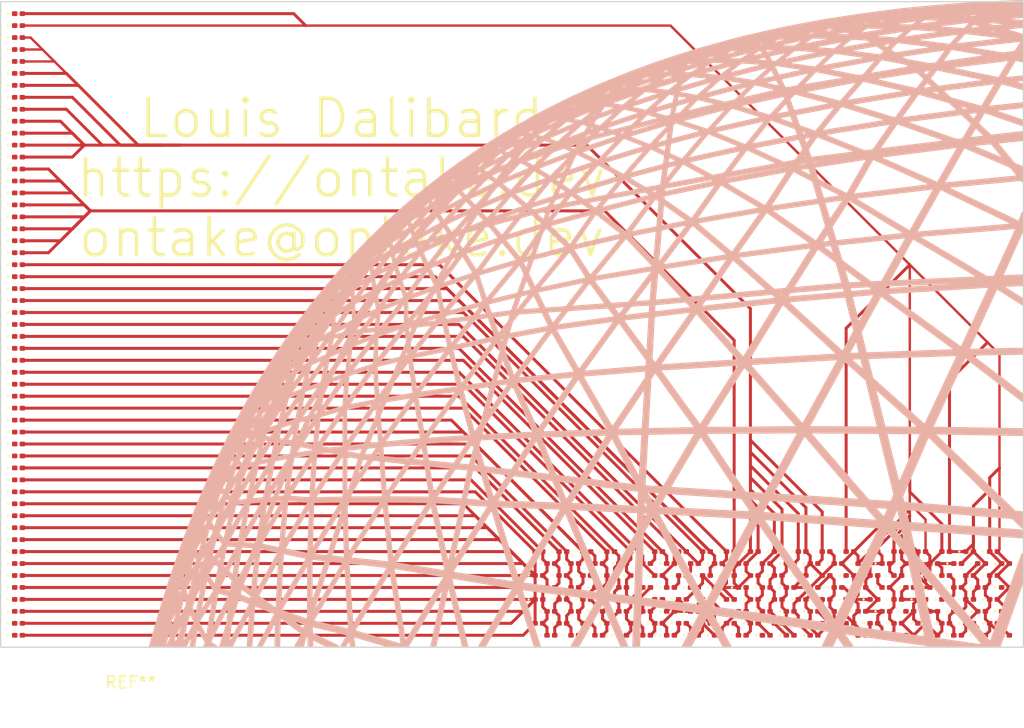
<source format=kicad_pcb>
(kicad_pcb (version 20211014) (generator pcbnew)

  (general
    (thickness 1.6)
  )

  (paper "A4")
  (layers
    (0 "F.Cu" signal)
    (31 "B.Cu" signal)
    (32 "B.Adhes" user "B.Adhesive")
    (33 "F.Adhes" user "F.Adhesive")
    (34 "B.Paste" user)
    (35 "F.Paste" user)
    (36 "B.SilkS" user "B.Silkscreen")
    (37 "F.SilkS" user "F.Silkscreen")
    (38 "B.Mask" user)
    (39 "F.Mask" user)
    (40 "Dwgs.User" user "User.Drawings")
    (41 "Cmts.User" user "User.Comments")
    (42 "Eco1.User" user "User.Eco1")
    (43 "Eco2.User" user "User.Eco2")
    (44 "Edge.Cuts" user)
    (45 "Margin" user)
    (46 "B.CrtYd" user "B.Courtyard")
    (47 "F.CrtYd" user "F.Courtyard")
    (48 "B.Fab" user)
    (49 "F.Fab" user)
    (50 "User.1" user)
    (51 "User.2" user)
    (52 "User.3" user)
    (53 "User.4" user)
    (54 "User.5" user)
    (55 "User.6" user)
    (56 "User.7" user)
    (57 "User.8" user)
    (58 "User.9" user)
  )

  (setup
    (pad_to_mask_clearance 0)
    (pcbplotparams
      (layerselection 0x00010fc_ffffffff)
      (disableapertmacros false)
      (usegerberextensions false)
      (usegerberattributes true)
      (usegerberadvancedattributes true)
      (creategerberjobfile true)
      (svguseinch false)
      (svgprecision 6)
      (excludeedgelayer true)
      (plotframeref false)
      (viasonmask false)
      (mode 1)
      (useauxorigin false)
      (hpglpennumber 1)
      (hpglpenspeed 20)
      (hpglpendiameter 15.000000)
      (dxfpolygonmode true)
      (dxfimperialunits true)
      (dxfusepcbnewfont true)
      (psnegative false)
      (psa4output false)
      (plotreference true)
      (plotvalue true)
      (plotinvisibletext false)
      (sketchpadsonfab false)
      (subtractmaskfromsilk false)
      (outputformat 1)
      (mirror false)
      (drillshape 1)
      (scaleselection 1)
      (outputdirectory "")
    )
  )

  (net 0 "")

  (footprint "Diode_SMD:D_0201_0603Metric" (layer "F.Cu") (at 179 99.5))

  (footprint "Diode_SMD:D_0201_0603Metric" (layer "F.Cu") (at 187 101.5))

  (footprint "Diode_SMD:D_0201_0603Metric" (layer "F.Cu") (at 198 102.5))

  (footprint "Diode_SMD:D_0201_0603Metric" (layer "F.Cu") (at 203 97.5))

  (footprint "Diode_SMD:D_0201_0603Metric" (layer "F.Cu") (at 199 97.5))

  (footprint "Diode_SMD:D_0201_0603Metric" (layer "F.Cu") (at 178 96.5))

  (footprint "Diode_SMD:D_0201_0603Metric" (layer "F.Cu") (at 205 99.5))

  (footprint "Diode_SMD:D_0201_0603Metric" (layer "F.Cu") (at 127.5 92.5))

  (footprint "Diode_SMD:D_0201_0603Metric" (layer "F.Cu") (at 127.5 93.5))

  (footprint "Diode_SMD:D_0201_0603Metric" (layer "F.Cu") (at 203 99.5))

  (footprint "Diode_SMD:D_0201_0603Metric" (layer "F.Cu") (at 192 98.5))

  (footprint "Diode_SMD:D_0201_0603Metric" (layer "F.Cu") (at 194 96.5))

  (footprint "Diode_SMD:D_0201_0603Metric" (layer "F.Cu") (at 171 101.5))

  (footprint "Diode_SMD:D_0201_0603Metric" (layer "F.Cu") (at 195 101.5))

  (footprint "Diode_SMD:D_0201_0603Metric" (layer "F.Cu") (at 188 96.5))

  (footprint "Diode_SMD:D_0201_0603Metric" (layer "F.Cu") (at 194 102.5))

  (footprint "Diode_SMD:D_0201_0603Metric" (layer "F.Cu") (at 127.5 66.5))

  (footprint "Diode_SMD:D_0201_0603Metric" (layer "F.Cu") (at 127.5 59.5))

  (footprint "Diode_SMD:D_0201_0603Metric" (layer "F.Cu") (at 209 101.5))

  (footprint "Diode_SMD:D_0201_0603Metric" (layer "F.Cu") (at 127.5 72.5))

  (footprint "Diode_SMD:D_0201_0603Metric" (layer "F.Cu") (at 127.5 61.5))

  (footprint "Diode_SMD:D_0201_0603Metric" (layer "F.Cu") (at 127.5 63.5))

  (footprint "Diode_SMD:D_0201_0603Metric" (layer "F.Cu") (at 172 100.5))

  (footprint "Diode_SMD:D_0201_0603Metric" (layer "F.Cu") (at 184 96.5))

  (footprint "Diode_SMD:D_0201_0603Metric" (layer "F.Cu") (at 198 96.5))

  (footprint "Diode_SMD:D_0201_0603Metric" (layer "F.Cu") (at 206 102.5))

  (footprint "Diode_SMD:D_0201_0603Metric" (layer "F.Cu") (at 209 97.5))

  (footprint "Diode_SMD:D_0201_0603Metric" (layer "F.Cu") (at 181 99.5))

  (footprint "Diode_SMD:D_0201_0603Metric" (layer "F.Cu") (at 189 97.5))

  (footprint "Diode_SMD:D_0201_0603Metric" (layer "F.Cu") (at 192 102.5))

  (footprint "Diode_SMD:D_0201_0603Metric" (layer "F.Cu") (at 180 98.5))

  (footprint "Diode_SMD:D_0201_0603Metric" (layer "F.Cu") (at 127.5 52.5))

  (footprint "Diode_SMD:D_0201_0603Metric" (layer "F.Cu") (at 185 97.5))

  (footprint "Diode_SMD:D_0201_0603Metric" (layer "F.Cu") (at 127.5 95.5))

  (footprint "Diode_SMD:D_0201_0603Metric" (layer "F.Cu") (at 204 98.5))

  (footprint "Diode_SMD:D_0201_0603Metric" (layer "F.Cu") (at 194 98.5))

  (footprint "Diode_SMD:D_0201_0603Metric" (layer "F.Cu") (at 183 101.5))

  (footprint "Diode_SMD:D_0201_0603Metric" (layer "F.Cu") (at 205 97.5))

  (footprint "Diode_SMD:D_0201_0603Metric" (layer "F.Cu") (at 127.5 85.5))

  (footprint "Diode_SMD:D_0201_0603Metric" (layer "F.Cu") (at 127.5 64.5))

  (footprint "Diode_SMD:D_0201_0603Metric" (layer "F.Cu") (at 173 99.5))

  (footprint "Diode_SMD:D_0201_0603Metric" (layer "F.Cu") (at 191 101.5))

  (footprint "Diode_SMD:D_0201_0603Metric" (layer "F.Cu") (at 189 95.5))

  (footprint "Diode_SMD:D_0201_0603Metric" (layer "F.Cu") (at 200 96.5))

  (footprint "Diode_SMD:D_0201_0603Metric" (layer "F.Cu") (at 127.5 98.5))

  (footprint "Diode_SMD:D_0201_0603Metric" (layer "F.Cu") (at 194 100.5))

  (footprint "Diode_SMD:D_0201_0603Metric" (layer "F.Cu") (at 181 97.5))

  (footprint "Diode_SMD:D_0201_0603Metric" (layer "F.Cu") (at 171 97.5))

  (footprint "Diode_SMD:D_0201_0603Metric" (layer "F.Cu") (at 127.5 99.5))

  (footprint "Diode_SMD:D_0201_0603Metric" (layer "F.Cu") (at 127.5 55.5))

  (footprint "Diode_SMD:D_0201_0603Metric" (layer "F.Cu") (at 184 102.5))

  (footprint "Diode_SMD:D_0201_0603Metric" (layer "F.Cu") (at 190 100.5))

  (footprint "Diode_SMD:D_0201_0603Metric" (layer "F.Cu") (at 207 97.5))

  (footprint "Diode_SMD:D_0201_0603Metric" (layer "F.Cu") (at 180 96.5))

  (footprint "Diode_SMD:D_0201_0603Metric" (layer "F.Cu") (at 192 96.5))

  (footprint "Diode_SMD:D_0201_0603Metric" (layer "F.Cu") (at 191 97.5))

  (footprint "Diode_SMD:D_0201_0603Metric" (layer "F.Cu") (at 179 95.5))

  (footprint "Diode_SMD:D_0201_0603Metric" (layer "F.Cu") (at 188 98.5))

  (footprint "Diode_SMD:D_0201_0603Metric" (layer "F.Cu") (at 182 96.5))

  (footprint "Library:HUHHHH" (layer "F.Cu")
    (tedit 0) (tstamp 3f5e9624-d6f7-4079-a2bc-c995b05f35aa)
    (at 136.864187 106.930353)
    (fp_text reference "REF**" (at 0 -0.5 unlocked) (layer "F.SilkS")
      (effects (font (size 1 1) (thickness 0.15)))
      (tstamp 7d37d0c5-f8fa-4c1c-9ea2-a250b06901c5)
    )
    (fp_text value "HUHHHH" (at 0 1 unlocked) (layer "F.Fab")
      (effects (font (size 1 1) (thickness 0.15)))
      (tstamp 1207c849-5d74-46c9-b787-3d6cc112da74)
    )
    (fp_text user "${REFERENCE}" (at 0 2.5 unlocked) (layer "F.Fab")
      (effects (font (size 1 1) (thickness 0.15)))
      (tstamp c14cd860-1490-48e8-82fc-c8e15e3a8fd8)
    )
    (fp_poly (pts
        (xy 74.551148 -57.467337)
        (xy 74.551881 -57.457433)
        (xy 74.553188 -57.419355)
        (xy 74.55509 -57.279467)
        (xy 74.555904 -57.072408)
        (xy 74.555461 -56.819547)
        (xy 74.552463 -56.168295)
        (xy 73.709667 -56.095342)
        (xy 72.556649 -55.99453)
        (xy 72.377724 -55.977229)
        (xy 72.350623 -55.973486)
        (xy 72.348032 -55.97242)
        (xy 72.350986 -55.971731)
        (xy 73.413417 -55.892683)
        (xy 74.503955 -55.810209)
        (xy 74.557582 -55.804212)
        (xy 74.557582 -55.329611)
        (xy 73.758205 -55.249784)
        (xy 73.181999 -55.191485)
        (xy 72.919208 -55.163404)
        (xy 72.916396 -55.162782)
        (xy 72.914482 -55.161965)
        (xy 72.913891 -55.161475)
        (xy 72.913557 -55.160925)
        (xy 72.913493 -55.160311)
        (xy 72.913709 -55.15963)
        (xy 72.915028 -55.158053)
        (xy 72.917603 -55.156164)
        (xy 72.921524 -55.153933)
        (xy 72.926881 -55.151332)
        (xy 72.933762 -55.148331)
        (xy 72.942257 -55.144901)
        (xy 72.964448 -55.136635)
        (xy 72.994169 -55.126301)
        (xy 73.032136 -55.113663)
        (xy 73.079064 -55.098489)
        (xy 73.135669 -55.080542)
        (xy 73.280772 -55.035395)
        (xy 73.473169 -54.976348)
        (xy 73.718585 -54.901525)
        (xy 74.557552 -54.6462)
        (xy 74.557582 -54.420011)
        (xy 74.557582 -54.193823)
        (xy 74.534702 -54.188726)
        (xy 72.057903 -53.909582)
        (xy 69.607547 -53.632116)
        (xy 70.098409 -53.549235)
        (xy 71.272334 -53.35494)
        (xy 72.933635 -53.08122)
        (xy 73.445941 -53.156233)
        (xy 73.808499 -53.209976)
        (xy 73.960788 -53.233862)
        (xy 73.967741 -53.243864)
        (xy 73.985578 -53.271541)
        (xy 74.049278 -53.37224)
        (xy 74.256374 -53.7013)
        (xy 74.464522 -54.030826)
        (xy 74.553531 -54.17037)
        (xy 74.553806 -54.170197)
        (xy 74.55407 -54.169261)
        (xy 74.554564 -54.165172)
        (xy 74.555421 -54.148651)
        (xy 74.556114 -54.122004)
        (xy 74.556654 -54.086424)
        (xy 74.557326 -53.993245)
        (xy 74.557529 -53.878675)
        (xy 74.557529 -53.582723)
        (xy 74.470462 -53.441328)
        (xy 74.436941 -53.386158)
        (xy 74.409995 -53.340466)
        (xy 74.399847 -53.322659)
        (xy 74.392371 -53.309004)
        (xy 74.387912 -53.300093)
        (xy 74.386922 -53.297603)
        (xy 74.386813 -53.296522)
        (xy 74.387166 -53.296349)
        (xy 74.38766 -53.296206)
        (xy 74.389058 -53.296006)
        (xy 74.390979 -53.295917)
        (xy 74.393396 -53.295935)
        (xy 74.39628 -53.296056)
        (xy 74.399604 -53.296276)
        (xy 74.407459 -53.296997)
        (xy 74.416738 -53.298065)
        (xy 74.42722 -53.299447)
        (xy 74.438682 -53.30111)
        (xy 74.4509 -53.303022)
        (xy 74.488755 -53.309456)
        (xy 74.503775 -53.311805)
        (xy 74.516452 -53.313261)
        (xy 74.521974 -53.31358)
        (xy 74.526984 -53.313587)
        (xy 74.531507 -53.313254)
        (xy 74.535567 -53.312549)
        (xy 74.539189 -53.311444)
        (xy 74.542398 -53.30991)
        (xy 74.545218 -53.307916)
        (xy 74.547673 -53.305433)
        (xy 74.54979 -53.302432)
        (xy 74.551591 -53.298883)
        (xy 74.553102 -53.294757)
        (xy 74.554348 -53.290024)
        (xy 74.555352 -53.284655)
        (xy 74.55614 -53.27862)
        (xy 74.557165 -53.264435)
        (xy 74.55762 -53.247232)
        (xy 74.5577 -53.226776)
        (xy 74.557529 -53.175161)
        (xy 74.55706 -53.121561)
        (xy 74.55603 -53.077568)
        (xy 74.55453 -53.036588)
        (xy 74.369205 -53.008261)
        (xy 74.316898 -53.000192)
        (xy 74.274975 -52.993304)
        (xy 74.242208 -52.987295)
        (xy 74.217364 -52.981862)
        (xy 74.207528 -52.979266)
        (xy 74.199213 -52.976701)
        (xy 74.192262 -52.974129)
        (xy 74.186524 -52.971511)
        (xy 74.181843 -52.96881)
        (xy 74.178067 -52.965988)
        (xy 74.17504 -52.963007)
        (xy 74.172611 -52.959829)
        (xy 74.158908 -52.939047)
        (xy 74.345264 -52.957029)
        (xy 74.480651 -52.969866)
        (xy 74.544399 -52.975469)
        (xy 74.545289 -52.975321)
        (xy 74.546141 -52.974813)
        (xy 74.546957 -52.973929)
        (xy 74.547736 -52.972655)
        (xy 74.548479 -52.970974)
        (xy 74.549187 -52.968872)
        (xy 74.549861 -52.966332)
        (xy 74.550501 -52.963339)
        (xy 74.551681 -52.955934)
        (xy 74.552732 -52.946531)
        (xy 74.553661 -52.935008)
        (xy 74.55447 -52.921241)
        (xy 74.555166 -52.905104)
        (xy 74.555754 -52.886476)
        (xy 74.556237 -52.865231)
        (xy 74.556622 -52.841246)
        (xy 74.557114 -52.784561)
        (xy 74.557269 -52.715429)
        (xy 74.55666 -52.593848)
        (xy 74.555845 -52.548758)
        (xy 74.554644 -52.513288)
        (xy 74.55302 -52.486805)
        (xy 74.550938 -52.468674)
        (xy 74.549715 -52.462543)
        (xy 74.548364 -52.458261)
        (xy 74.54688 -52.45575)
        (xy 74.545261 -52.454931)
        (xy 74.536831 -52.456206)
        (xy 74.51733 -52.459859)
        (xy 74.450146 -52.473277)
        (xy 74.353769 -52.49314)
        (xy 74.238262 -52.517401)
        (xy 74.123455 -52.541364)
        (xy 74.029022 -52.560426)
        (xy 73.964732 -52.572659)
        (xy 73.946944 -52.575614)
        (xy 73.940357 -52.576139)
        (xy 73.901451 -52.512841)
        (xy 73.799335 -52.343188)
        (xy 73.466098 -51.788275)
        (xy 72.99467 -51.004141)
        (xy 73.032718 -51.009641)
        (xy 73.26514 -51.034434)
        (xy 73.770572 -51.086218)
        (xy 74.513744 -51.16313)
        (xy 74.557163 -51.169027)
        (xy 74.557163 -50.872442)
        (xy 74.523982 -50.866941)
        (xy 74.47484 -50.86116)
        (xy 74.365641 -50.849454)
        (xy 74.031627 -50.815115)
        (xy 73.706582 -50.781626)
        (xy 73.607083 -50.770824)
        (xy 73.569804 -50.766126)
        (xy 73.578931 -50.76292)
        (xy 73.607179 -50.754721)
        (xy 73.712748 -50.725565)
        (xy 73.869934 -50.683087)
        (xy 74.06216 -50.631719)
        (xy 74.55717 -50.500006)
        (xy 74.55717 -50.32192)
        (xy 74.557013 -50.26702)
        (xy 74.556472 -50.224762)
        (xy 74.555446 -50.193573)
        (xy 74.553833 -50.171885)
        (xy 74.552775 -50.164113)
        (xy 74.551531 -50.158127)
        (xy 74.55009 -50.15373)
        (xy 74.548438 -50.150728)
        (xy 74.546563 -50.148922)
        (xy 74.544452 -50.148117)
        (xy 74.542092 -50.148117)
        (xy 74.53947 -50.148725)
        (xy 73.238387 -50.501556)
        (xy 72.89284 -50.592775)
        (xy 72.771625 -50.62158)
        (xy 72.176297 -49.611917)
        (xy 71.588901 -48.606695)
        (xy 74.513911 -48.915418)
        (xy 74.55733 -48.921621)
        (xy 74.55733 -48.618459)
        (xy 73.285922 -48.48599)
        (xy 72.39012 -48.390452)
        (xy 72.119257 -48.35985)
        (xy 72.021724 -48.346784)
        (xy 72.124025 -48.310598)
        (xy 72.397196 -48.217164)
        (xy 73.289729 -47.915098)
        (xy 74.554187 -47.486524)
        (xy 74.554459 -47.486107)
        (xy 74.554715 -47.48522)
        (xy 74.555177 -47.482084)
        (xy 74.555921 -47.470701)
        (xy 74.556453 -47.453144)
        (xy 74.556811 -47.430183)
        (xy 74.557139 -47.371129)
        (xy 74.557185 -47.299696)
        (xy 74.554187 -47.116499)
        (xy 72.97076 -47.66049)
        (xy 71.847255 -48.044044)
        (xy 71.369609 -48.202322)
        (xy 71.368259 -48.201715)
        (xy 71.366403 -48.200176)
        (xy 71.361174 -48.194306)
        (xy 71.353924 -48.184713)
        (xy 71.344656 -48.1714)
        (xy 71.333373 -48.15437)
        (xy 71.320076 -48.133626)
        (xy 71.28745 -48.081007)
        (xy 71.246797 -48.013565)
        (xy 71.198134 -47.931322)
        (xy 71.141481 -47.834301)
        (xy 71.076854 -47.722524)
        (xy 70.801845 -47.244886)
        (xy 71.357089 -46.729048)
        (xy 71.617028 -46.488742)
        (xy 71.792933 -46.329167)
        (xy 71.852796 -46.276607)
        (xy 71.895759 -46.240573)
        (xy 71.923193 -46.219847)
        (xy 71.931514 -46.214843)
        (xy 71.936465 -46.213209)
        (xy 72.328167 -46.256722)
        (xy 73.23582 -46.361341)
        (xy 74.535213 -46.509466)
        (xy 74.559222 -46.509466)
        (xy 74.559222 -46.217794)
        (xy 73.358859 -46.080145)
        (xy 72.482824 -45.976824)
        (xy 72.244324 -45.946129)
        (xy 72.182569 -45.936964)
        (xy 72.162044 -45.932279)
        (xy 72.162363 -45.931761)
        (xy 72.162758 -45.931256)
        (xy 72.163225 -45.930764)
        (xy 72.163765 -45.930288)
        (xy 72.164373 -45.929825)
        (xy 72.16505 -45.929378)
        (xy 72.165793 -45.928947)
        (xy 72.166599 -45.928532)
        (xy 72.167468 -45.928134)
        (xy 72.168397 -45.927753)
        (xy 72.170429 -45.927044)
        (xy 72.17268 -45.92641)
        (xy 72.175135 -45.925854)
        (xy 72.17778 -45.925379)
        (xy 72.180599 -45.924991)
        (xy 72.183578 -45.924693)
        (xy 72.186702 -45.924488)
        (xy 72.189956 -45.924381)
        (xy 72.193326 -45.924374)
        (xy 72.196795 -45.924473)
        (xy 72.200351 -45.924681)
        (xy 74.526012 -46.166326)
        (xy 74.55923 -46.171026)
        (xy 74.55923 -45.870664)
        (xy 73.478908 -45.759748)
        (xy 72.396869 -45.647497)
        (xy 72.410616 -45.629292)
        (xy 72.452095 -45.577649)
        (xy 72.606187 -45.388481)
        (xy 73.114482 -44.767637)
        (xy 73.833781 -43.889112)
        (xy 74.196376 -43.735876)
        (xy 74.558971 -43.58264)
        (xy 74.558971 -43.391096)
        (xy 74.558302 -43.316721)
        (xy 74.556471 -43.255816)
        (xy 74.555202 -43.232379)
        (xy 74.55374 -43.214666)
        (xy 74.55212 -43.203462)
        (xy 74.55126 -43.200546)
        (xy 74.550372 -43.199552)
        (xy 74.548921 -43.199791)
        (xy 74.546444 -43.200491)
        (xy 74.538643 -43.20318)
        (xy 74.527433 -43.207432)
        (xy 74.513279 -43.213057)
        (xy 74.496645 -43.219867)
        (xy 74.477995 -43.227674)
        (xy 74.457793 -43.236287)
        (xy 74.436504 -43.245519)
        (xy 74.395394 -43.263356)
        (xy 74.361147 -43.277973)
        (xy 74.337336 -43.287855)
        (xy 74.33046 -43.290547)
        (xy 74.327533 -43.291487)
        (xy 74.327412 -43.2913)
        (xy 74.327607 -43.290746)
        (xy 74.32891 -43.288573)
        (xy 74.331381 -43.285041)
        (xy 74.334958 -43.280222)
        (xy 74.345177 -43.26702)
        (xy 74.359069 -43.249553)
        (xy 74.376136 -43.228404)
        (xy 74.395878 -43.204161)
        (xy 74.441394 -43.148733)
        (xy 74.559085 -43.005979)
        (xy 74.559085 -42.397619)
        (xy 74.526248 -42.438268)
        (xy 74.511478 -42.456353)
        (xy 74.495485 -42.475557)
        (xy 74.480215 -42.493582)
        (xy 74.467616 -42.508131)
        (xy 74.441867 -42.537351)
        (xy 71.336528 -42.240011)
        (xy 68.183879 -41.935194)
        (xy 68.136569 -41.927694)
        (xy 71.193507 -40.46372)
        (xy 74.270168 -38.994589)
        (xy 74.271825 -38.994294)
        (xy 74.272656 -38.994258)
        (xy 74.273492 -38.994304)
        (xy 74.274335 -38.994438)
        (xy 74.275187 -38.994665)
        (xy 74.276051 -38.994992)
        (xy 74.276929 -38.995425)
        (xy 74.277824 -38.995969)
        (xy 74.278738 -38.996629)
        (xy 74.279673 -38.997413)
        (xy 74.280632 -38.998325)
        (xy 74.28263 -39.00056)
        (xy 74.284752 -39.00338)
        (xy 74.287017 -39.006832)
        (xy 74.289443 -39.010962)
        (xy 74.29205 -39.015819)
        (xy 74.294856 -39.021447)
        (xy 74.297882 -39.027895)
        (xy 74.301145 -39.035209)
        (xy 74.304666 -39.043435)
        (xy 74.308462 -39.052621)
        (xy 74.312554 -39.062813)
        (xy 74.31696 -39.074058)
        (xy 74.32679 -39.099894)
        (xy 74.338106 -39.130504)
        (xy 74.35106 -39.166262)
        (xy 74.365804 -39.207541)
        (xy 74.382492 -39.254717)
        (xy 74.422305 -39.368254)
        (xy 74.554691 -39.747076)
        (xy 74.557689 -39.01489)
        (xy 74.560687 -38.282713)
        (xy 73.695934 -36.368574)
        (xy 73.086581 -35.015328)
        (xy 72.835925 -34.449705)
        (xy 73.067371 -34.457168)
        (xy 73.586582 -34.478839)
        (xy 74.476268 -34.520864)
        (xy 74.560535 -34.526563)
        (xy 74.560535 -34.363249)
        (xy 74.560177 -34.269638)
        (xy 74.559328 -34.240473)
        (xy 74.558619 -34.229472)
        (xy 74.557675 -34.220546)
        (xy 74.556462 -34.213456)
        (xy 74.554949 -34.207966)
        (xy 74.5531 -34.203841)
        (xy 74.550882 -34.200843)
        (xy 74.548262 -34.198737)
        (xy 74.545207 -34.197285)
        (xy 74.537654 -34.195402)
        (xy 73.641907 -34.154503)
        (xy 72.713527 -34.117483)
        (xy 72.707863 -34.117477)
        (xy 72.702783 -34.117295)
        (xy 72.700436 -34.117113)
        (xy 72.698206 -34.116856)
        (xy 72.696083 -34.116514)
        (xy 72.694057 -34.116077)
        (xy 72.692117 -34.115535)
        (xy 72.690255 -34.114876)
        (xy 72.68846 -34.114092)
        (xy 72.686723 -34.113171)
        (xy 72.685034 -34.112104)
        (xy 72.683384 -34.11088)
        (xy 72.681762 -34.109489)
        (xy 72.680158 -34.10792)
        (xy 72.678563 -34.106164)
        (xy 72.676968 -34.10421)
        (xy 72.675361 -34.102048)
        (xy 72.673735 -34.099667)
        (xy 72.672078 -34.097058)
        (xy 72.670381 -34.094209)
        (xy 72.668635 -34.091112)
        (xy 72.666829 -34.087754)
        (xy 72.662999 -34.08022)
        (xy 72.658814 -34.071525)
        (xy 72.654196 -34.061586)
        (xy 72.649066 -34.050321)
       
... [1647029 chars truncated]
</source>
